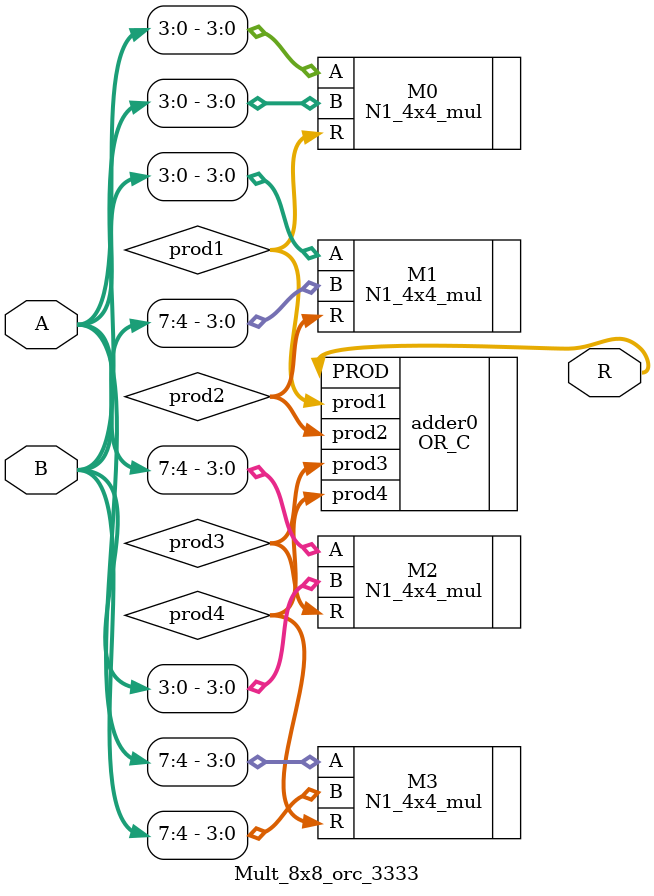
<source format=v>
module Mult_8x8_orc_3333(
input [7:0] A,
input [7:0] B,
output [15:0]R
);
wire [7:0]prod1;
wire [7:0]prod2;
wire [7:0]prod3;
wire [7:0]prod4;

N1_4x4_mul M0(.A(A[3:0]),.B(B[3:0]),.R(prod1));
N1_4x4_mul M1(.A(A[3:0]),.B(B[7:4]),.R(prod2));
N1_4x4_mul M2(.A(A[7:4]),.B(B[3:0]),.R(prod3));
N1_4x4_mul M3(.A(A[7:4]),.B(B[7:4]),.R(prod4));
OR_C adder0(.prod1(prod1),.prod2(prod2),.prod3(prod3),.prod4(prod4),.PROD(R));
endmodule

</source>
